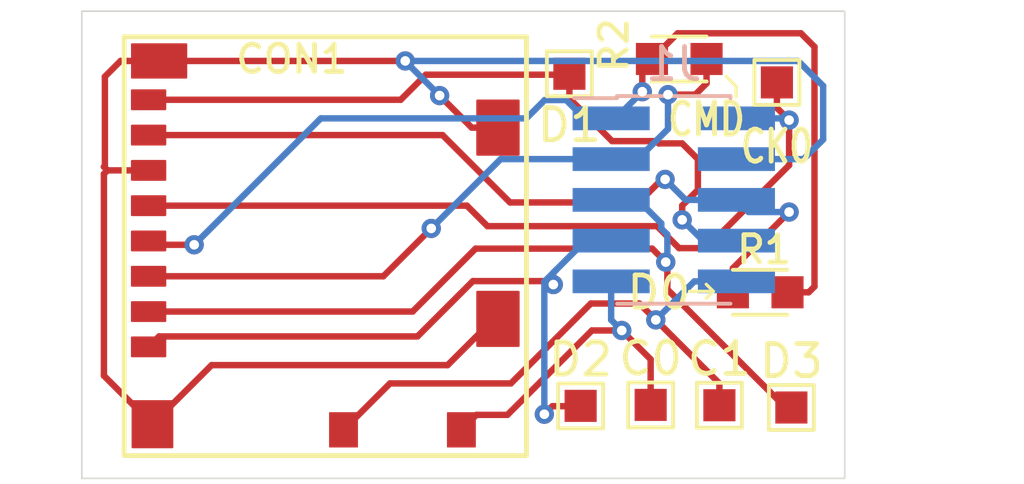
<source format=kicad_pcb>
(kicad_pcb (version 20241229) (generator "pcbnew") (generator_version "9.0")
  (layers (0 "F.Cu" signal) (2 "B.Cu" signal) (13 "F.Paste" user) (15 "B.Paste" user) (5 "F.SilkS" user "F.Silkscreen") (7 "B.SilkS" user "B.Silkscreen") (1 "F.Mask" user) (3 "B.Mask" user) (25 "Edge.Cuts" user))
  (net 0 "")
  (net 1 "/SDMMC_CMD")
  (net 2 "GND")
  (net 3 "+3.3V")
  (net 4 "/SDMMC_D1")
  (net 5 "/SDMMC_D3")
  (net 6 "/SDMMC_CLK")
  (net 7 "/SDMMC_D0")
  (net 8 "/SDMMC_D2")
  (net 9 "/CD1")
  (net 10 "/CD0")
  (footprint "4ms_Connector_Card:CardSlot_MicroSD_Molex_104031-0811" (layer "F.Cu") (at 33.6385 33.4385 -90)
    (property "Reference" "CON1" (at -5.3085 2.7985 0) (layer "F.SilkS") (effects (font (size 0.85 0.85)) (justify left bottom)))
    (property "Value" "microSDCon_SMT_104031-0811" (hide yes))
    (fp_line (start -6.5 6.2) (end 6.549999 6.2) (stroke (width 0.1524)) (layer "F.SilkS"))
    (fp_line (start -6.5 6.2) (end -6.5 -6.324999) (stroke (width 0.1524)) (layer "F.SilkS"))
    (fp_line (start 6.549999 6.2) (end 6.549999 -6.324999) (stroke (width 0.1524)) (layer "F.SilkS"))
    (fp_line (start -6.5 -6.324999) (end 6.549999 -6.324999) (stroke (width 0.1524)) (layer "F.SilkS"))
    (pad "1" smd roundrect (at 3.1625 5.4375) (size 1.1 0.65) (layers "F.Cu" "F.Mask" "F.Paste") (roundrect_rratio 0.05) (net 8 "/SDMMC_D2"))
    (pad "2" smd roundrect (at 2.0625 5.4375) (size 1.1 0.65) (layers "F.Cu" "F.Mask" "F.Paste") (roundrect_rratio 0.05) (net 5 "/SDMMC_D3"))
    (pad "3" smd roundrect (at 0.9625 5.4375) (size 1.1 0.65) (layers "F.Cu" "F.Mask" "F.Paste") (roundrect_rratio 0.05) (net 1 "/SDMMC_CMD"))
    (pad "4" smd roundrect (at -0.137501 5.4375) (size 1.1 0.65) (layers "F.Cu" "F.Mask" "F.Paste") (roundrect_rratio 0.05) (net 3 "+3.3V"))
    (pad "5" smd roundrect (at -1.237498 5.4375) (size 1.1 0.65) (layers "F.Cu" "F.Mask" "F.Paste") (roundrect_rratio 0.05) (net 6 "/SDMMC_CLK"))
    (pad "6" smd roundrect (at -2.337499 5.4375) (size 1.1 0.65) (layers "F.Cu" "F.Mask" "F.Paste") (roundrect_rratio 0.05) (net 2 "GND"))
    (pad "7" smd roundrect (at -3.437499 5.4375) (size 1.1 0.65) (layers "F.Cu" "F.Mask" "F.Paste") (roundrect_rratio 0.05) (net 7 "/SDMMC_D0"))
    (pad "8" smd roundrect (at -4.537499 5.4375) (size 1.1 0.65) (layers "F.Cu" "F.Mask" "F.Paste") (roundrect_rratio 0.05) (net 4 "/SDMMC_D1"))
    (pad "9" smd roundrect (at -5.7475 5.11) (size 1.75 1.1) (layers "F.Cu" "F.Mask" "F.Paste") (roundrect_rratio 0.025) (net 2 "GND"))
    (pad "9" smd roundrect (at -3.670001 -5.4375 90) (size 1.75 1.35) (layers "F.Cu" "F.Mask" "F.Paste") (roundrect_rratio 0.025) (net 2 "GND"))
    (pad "9" smd roundrect (at 2.29 -5.4375 90) (size 1.75 1.35) (layers "F.Cu" "F.Mask" "F.Paste") (roundrect_rratio 0.025) (net 2 "GND"))
    (pad "9" smd roundrect (at 5.572501 5.3175 90) (size 1.5 1.3) (layers "F.Cu" "F.Mask" "F.Paste") (roundrect_rratio 0.025) (net 2 "GND"))
    (pad "10" smd roundrect (at 5.747502 -4.299999 90) (size 1.1 0.9) (layers "F.Cu" "F.Mask" "F.Paste") (roundrect_rratio 0.025) (net 10 "/CD0"))
    (pad "11" smd roundrect (at 5.747502 -0.629999 90) (size 1.1 0.9) (layers "F.Cu" "F.Mask" "F.Paste") (roundrect_rratio 0.025) (net 9 "/CD1"))
  )
  (footprint "4ms_Resistor:R_0603" (layer "F.Cu") (at 47.24 34.9 180)
    (property "Reference" "R1" (at -0.12 1.33 0) (layer "F.SilkS") (effects (font (size 0.85 0.85))))
    (property "Value" "10k_0603")
    (fp_line (start 0.85 0.7) (end -0.85 0.7) (stroke (width 0.12)) (layer "F.SilkS"))
    (fp_line (start -0.85 -0.7) (end 0.85 -0.7) (stroke (width 0.12)) (layer "F.SilkS"))
    (pad "1" smd rect (at -0.85 0 180) (size 1 1) (layers "F.Cu" "F.Mask" "F.Paste") (net 3 "+3.3V"))
    (pad "2" smd rect (at 0.85 0 180) (size 1 1) (layers "F.Cu" "F.Mask" "F.Paste") (net 7 "/SDMMC_D0"))
  )
  (footprint "TestPoint:TestPoint_Pad_1.0x1.0mm" (layer "F.Cu") (at 41.65 38.44)
    (property "Reference" "D2" (at 0 -1.448 0) (layer "F.SilkS"))
    (property "Value" "TestPoint")
    (fp_line (start -0.7 -0.7) (end 0.7 -0.7) (stroke (width 0.12)) (layer "F.SilkS"))
    (fp_line (start -0.7 0.7) (end -0.7 -0.7) (stroke (width 0.12)) (layer "F.SilkS"))
    (fp_line (start 0.7 -0.7) (end 0.7 0.7) (stroke (width 0.12)) (layer "F.SilkS"))
    (fp_line (start 0.7 0.7) (end -0.7 0.7) (stroke (width 0.12)) (layer "F.SilkS"))
    (pad "1" smd rect (at 0 0) (size 1 1) (layers "F.Cu" "F.Mask") (net 8 "/SDMMC_D2"))
  )
  (footprint "TestPoint:TestPoint_Pad_1.0x1.0mm" (layer "F.Cu") (at 48.21 38.49)
    (property "Reference" "D3" (at 0 -1.448 0) (layer "F.SilkS"))
    (property "Value" "TestPoint")
    (fp_line (start -0.7 -0.7) (end 0.7 -0.7) (stroke (width 0.12)) (layer "F.SilkS"))
    (fp_line (start -0.7 0.7) (end -0.7 -0.7) (stroke (width 0.12)) (layer "F.SilkS"))
    (fp_line (start 0.7 -0.7) (end 0.7 0.7) (stroke (width 0.12)) (layer "F.SilkS"))
    (fp_line (start 0.7 0.7) (end -0.7 0.7) (stroke (width 0.12)) (layer "F.SilkS"))
    (pad "1" smd rect (at 0 0) (size 1 1) (layers "F.Cu" "F.Mask") (net 5 "/SDMMC_D3"))
  )
  (footprint "TestPoint:TestPoint_Pad_1.0x1.0mm" (layer "F.Cu") (at 41.3 28.09)
    (property "Reference" "D1" (at 0 1.6 0) (layer "F.SilkS"))
    (property "Value" "TestPoint")
    (fp_line (start -0.7 -0.7) (end 0.7 -0.7) (stroke (width 0.12)) (layer "F.SilkS"))
    (fp_line (start -0.7 0.7) (end -0.7 -0.7) (stroke (width 0.12)) (layer "F.SilkS"))
    (fp_line (start 0.7 -0.7) (end 0.7 0.7) (stroke (width 0.12)) (layer "F.SilkS"))
    (fp_line (start 0.7 0.7) (end -0.7 0.7) (stroke (width 0.12)) (layer "F.SilkS"))
    (pad "1" smd rect (at 0 0) (size 1 1) (layers "F.Cu" "F.Mask") (net 4 "/SDMMC_D1"))
  )
  (footprint "TestPoint:TestPoint_Pad_1.0x1.0mm" (layer "F.Cu") (at 45.97 38.42)
    (property "Reference" "C1" (at 0 -1.448 0) (layer "F.SilkS"))
    (property "Value" "TestPoint")
    (fp_line (start -0.7 -0.7) (end 0.7 -0.7) (stroke (width 0.12)) (layer "F.SilkS"))
    (fp_line (start -0.7 0.7) (end -0.7 -0.7) (stroke (width 0.12)) (layer "F.SilkS"))
    (fp_line (start 0.7 -0.7) (end 0.7 0.7) (stroke (width 0.12)) (layer "F.SilkS"))
    (fp_line (start 0.7 0.7) (end -0.7 0.7) (stroke (width 0.12)) (layer "F.SilkS"))
    (pad "1" smd rect (at 0 0) (size 1 1) (layers "F.Cu" "F.Mask") (net 9 "/CD1"))
  )
  (footprint "4ms_Resistor:R_0603" (layer "F.Cu") (at 44.72 27.63)
    (property "Reference" "R2" (at -2.03 -0.43 90) (layer "F.SilkS") (effects (font (size 0.85 0.85))))
    (property "Value" "10k_0603")
    (fp_line (start -0.85 -0.7) (end 0.85 -0.7) (stroke (width 0.12)) (layer "F.SilkS"))
    (fp_line (start 0.85 0.7) (end -0.85 0.7) (stroke (width 0.12)) (layer "F.SilkS"))
    (pad "1" smd rect (at -0.85 0) (size 1 1) (layers "F.Cu" "F.Mask" "F.Paste") (net 3 "+3.3V"))
    (pad "2" smd rect (at 0.85 0) (size 1 1) (layers "F.Cu" "F.Mask" "F.Paste") (net 1 "/SDMMC_CMD"))
  )
  (footprint "TestPoint:TestPoint_Pad_1.0x1.0mm" (layer "F.Cu") (at 47.76 28.36)
    (property "Reference" "CK0" (at 0 2 0) (layer "F.SilkS") (effects (font (size 1 0.75))))
    (property "Value" "TestPoint")
    (fp_line (start -0.7 -0.7) (end 0.7 -0.7) (stroke (width 0.12)) (layer "F.SilkS"))
    (fp_line (start -0.7 0.7) (end -0.7 -0.7) (stroke (width 0.12)) (layer "F.SilkS"))
    (fp_line (start 0.7 -0.7) (end 0.7 0.7) (stroke (width 0.12)) (layer "F.SilkS"))
    (fp_line (start 0.7 0.7) (end -0.7 0.7) (stroke (width 0.12)) (layer "F.SilkS"))
    (pad "1" smd rect (at 0 0) (size 1 1) (layers "F.Cu" "F.Mask") (net 6 "/SDMMC_CLK"))
  )
  (footprint "TestPoint:TestPoint_Pad_1.0x1.0mm" (layer "F.Cu") (at 43.83 38.41)
    (property "Reference" "C0" (at 0 -1.448 0) (layer "F.SilkS"))
    (property "Value" "TestPoint")
    (fp_line (start -0.7 -0.7) (end 0.7 -0.7) (stroke (width 0.12)) (layer "F.SilkS"))
    (fp_line (start -0.7 0.7) (end -0.7 -0.7) (stroke (width 0.12)) (layer "F.SilkS"))
    (fp_line (start 0.7 -0.7) (end 0.7 0.7) (stroke (width 0.12)) (layer "F.SilkS"))
    (fp_line (start 0.7 0.7) (end -0.7 0.7) (stroke (width 0.12)) (layer "F.SilkS"))
    (pad "1" smd rect (at 0 0) (size 1 1) (layers "F.Cu" "F.Mask") (net 10 "/CD0"))
  )
  (footprint "4ms_Connector:Socket_2x05_1.27mm_SMD" (layer "B.Cu") (at 44.55 32.02 180)
    (property "Reference" "J1" (at 0 4.235 0) (layer "B.SilkS") (effects (justify mirror)))
    (property "Value" "Socket_02x05_P1.27mm_SMT")
    (fp_line (start 1.775 3.17) (end 3.1 3.17) (stroke (width 0.12)) (layer "B.SilkS"))
    (fp_line (start 1.765 3.235) (end 1.765 3.17) (stroke (width 0.12)) (layer "B.SilkS"))
    (fp_line (start -1.765 3.235) (end 1.765 3.235) (stroke (width 0.12)) (layer "B.SilkS"))
    (fp_line (start -1.765 3.235) (end -1.765 3.17) (stroke (width 0.12)) (layer "B.SilkS"))
    (fp_line (start -1.765 -3.235) (end 1.765 -3.235) (stroke (width 0.12)) (layer "B.SilkS"))
    (pad "1" smd rect (at 1.95 2.54 180) (size 2.4 0.74) (layers "B.Cu" "B.Mask" "B.Paste") (net 3 "+3.3V"))
    (pad "2" smd rect (at -1.95 2.54 180) (size 2.4 0.74) (layers "B.Cu" "B.Mask" "B.Paste") (net 6 "/SDMMC_CLK"))
    (pad "3" smd rect (at 1.95 1.27 180) (size 2.4 0.74) (layers "B.Cu" "B.Mask" "B.Paste") (net 1 "/SDMMC_CMD"))
    (pad "4" smd rect (at -1.95 1.27 180) (size 2.4 0.74) (layers "B.Cu" "B.Mask" "B.Paste") (net 2 "GND"))
    (pad "5" smd rect (at 1.95 0 180) (size 2.4 0.74) (layers "B.Cu" "B.Mask" "B.Paste") (net 5 "/SDMMC_D3"))
    (pad "6" smd rect (at -1.95 0 180) (size 2.4 0.74) (layers "B.Cu" "B.Mask" "B.Paste") (net 7 "/SDMMC_D0"))
    (pad "7" smd rect (at 1.95 -1.27 180) (size 2.4 0.74) (layers "B.Cu" "B.Mask" "B.Paste") (net 8 "/SDMMC_D2"))
    (pad "8" smd rect (at -1.95 -1.27 180) (size 2.4 0.74) (layers "B.Cu" "B.Mask" "B.Paste") (net 4 "/SDMMC_D1"))
    (pad "9" smd rect (at 1.95 -2.54 180) (size 2.4 0.74) (layers "B.Cu" "B.Mask" "B.Paste") (net 10 "/CD0"))
    (pad "10" smd rect (at -1.95 -2.54 180) (size 2.4 0.74) (layers "B.Cu" "B.Mask" "B.Paste") (net 9 "/CD1"))
  )
  (gr_line (start 46.49 28.48) (end 46.18 28.17) (stroke (width 0.1)) (layer "F.SilkS"))
  (gr_line (start 46.49 28.81) (end 46.49 28.48) (stroke (width 0.1)) (layer "F.SilkS"))
  (gr_line (start 45.78 34.87) (end 45.56 34.65) (stroke (width 0.1)) (layer "F.SilkS"))
  (gr_line (start 45.04 34.87) (end 45.78 34.87) (stroke (width 0.1)) (layer "F.SilkS"))
  (gr_line (start 45.56 35.09) (end 45.78 34.87) (stroke (width 0.1)) (layer "F.SilkS"))
  (gr_rect (start 26.12 26.14) (end 49.87 40.7) (stroke (width 0.05)) (fill no) (layer "Edge.Cuts"))
  (gr_text "CMD" (at 44.29 30.1 0) (layer "F.SilkS") (effects (font (size 1 0.75)) (justify left bottom)))
  (gr_text "D0" (at 43.01 35.49 0) (layer "F.SilkS") (effects (font (size 1 1)) (justify left bottom)))
  (segment (start 35.509 34.401) (end 37 32.91) (width 0.2) (layer "F.Cu") (net 1))
  (segment (start 28.201 34.401) (end 35.509 34.401) (width 0.2) (layer "F.Cu") (net 1))
  (segment (start 45.220002 28.74) (end 44.37 28.74) (width 0.2) (layer "F.Cu") (net 1))
  (segment (start 45.57 27.63) (end 45.57 28.390002) (width 0.2) (layer "F.Cu") (net 1))
  (segment (start 45.57 28.390002) (end 45.220002 28.74) (width 0.2) (layer "F.Cu") (net 1))
  (via (at 44.37 28.74) (size 0.6) (drill 0.3) (layers "F.Cu" "B.Cu") (net 1))
  (via (at 37 32.91) (size 0.6) (drill 0.3) (layers "F.Cu" "B.Cu") (net 1))
  (segment (start 44.37 29.81) (end 44.37 28.74) (width 0.2) (layer "B.Cu") (net 1))
  (segment (start 39.16 30.75) (end 37 32.91) (width 0.2) (layer "B.Cu") (net 1))
  (segment (start 42.6 30.75) (end 39.16 30.75) (width 0.2) (layer "B.Cu") (net 1))
  (segment (start 42.6 30.75) (end 43.43 30.75) (width 0.2) (layer "B.Cu") (net 1))
  (segment (start 43.43 30.75) (end 44.37 29.81) (width 0.2) (layer "B.Cu") (net 1))
  (segment (start 27.329 27.691) (end 26.84 28.18) (width 0.2) (layer "F.Cu") (net 2))
  (segment (start 37.51 37.17) (end 38.9515 35.7285) (width 0.2) (layer "F.Cu") (net 2))
  (segment (start 26.921001 31.101001) (end 26.81 31.212002) (width 0.2) (layer "F.Cu") (net 2))
  (segment (start 28.321 39.011001) (end 30.162001 37.17) (width 0.2) (layer "F.Cu") (net 2))
  (segment (start 38.9515 35.7285) (end 39.076 35.7285) (width 0.2) (layer "F.Cu") (net 2))
  (segment (start 38.258499 29.768499) (end 37.26 28.77) (width 0.2) (layer "F.Cu") (net 2))
  (segment (start 30.162001 37.17) (end 37.51 37.17) (width 0.2) (layer "F.Cu") (net 2))
  (segment (start 28.5285 27.691) (end 27.329 27.691) (width 0.2) (layer "F.Cu") (net 2))
  (segment (start 26.84 28.18) (end 26.84 30.96) (width 0.2) (layer "F.Cu") (net 2))
  (segment (start 26.81 31.212002) (end 26.81 37.500001) (width 0.2) (layer "F.Cu") (net 2))
  (segment (start 28.5285 27.691) (end 36.19 27.691) (width 0.2) (layer "F.Cu") (net 2))
  (segment (start 26.921001 31.101001) (end 28.201 31.101001) (width 0.2) (layer "F.Cu") (net 2))
  (segment (start 26.84 30.96) (end 26.81 30.99) (width 0.2) (layer "F.Cu") (net 2))
  (segment (start 26.81 30.99) (end 26.921001 31.101001) (width 0.2) (layer "F.Cu") (net 2))
  (segment (start 26.81 37.500001) (end 28.321 39.011001) (width 0.2) (layer "F.Cu") (net 2))
  (segment (start 39.076 29.768499) (end 38.258499 29.768499) (width 0.2) (layer "F.Cu") (net 2))
  (via (at 36.19 27.691) (size 0.6) (drill 0.3) (layers "F.Cu" "B.Cu") (net 2))
  (via (at 37.26 28.77) (size 0.6) (drill 0.3) (layers "F.Cu" "B.Cu") (net 2))
  (segment (start 36.19 27.7) (end 37.26 28.77) (width 0.2) (layer "B.Cu") (net 2))
  (segment (start 49.2 30.14) (end 49.2 28.47) (width 0.2) (layer "B.Cu") (net 2))
  (segment (start 36.19 27.691) (end 36.19 27.7) (width 0.2) (layer "B.Cu") (net 2))
  (segment (start 46.5 30.75) (end 48.59 30.75) (width 0.2) (layer "B.Cu") (net 2))
  (segment (start 48.59 30.75) (end 49.2 30.14) (width 0.2) (layer "B.Cu") (net 2))
  (segment (start 48.421 27.691) (end 36.19 27.691) (width 0.2) (layer "B.Cu") (net 2))
  (segment (start 49.2 28.47) (end 48.421 27.691) (width 0.2) (layer "B.Cu") (net 2))
  (segment (start 48.93 27.25) (end 48.509 26.829) (width 0.2) (layer "F.Cu") (net 3))
  (segment (start 48.509 26.829) (end 44.671 26.829) (width 0.2) (layer "F.Cu") (net 3))
  (segment (start 44.671 26.829) (end 43.87 27.63) (width 0.2) (layer "F.Cu") (net 3))
  (segment (start 48.93 34.72) (end 48.93 27.25) (width 0.2) (layer "F.Cu") (net 3))
  (segment (start 28.320001 33.42) (end 28.201 33.300999) (width 0.2) (layer "F.Cu") (net 3))
  (segment (start 29.62 33.42) (end 28.320001 33.42) (width 0.2) (layer "F.Cu") (net 3))
  (segment (start 48.75 34.9) (end 48.93 34.72) (width 0.2) (layer "F.Cu") (net 3))
  (segment (start 43.57 27.93) (end 43.87 27.63) (width 0.2) (layer "F.Cu") (net 3))
  (segment (start 48.09 34.9) (end 48.75 34.9) (width 0.2) (layer "F.Cu") (net 3))
  (segment (start 43.57 28.65) (end 43.57 27.93) (width 0.2) (layer "F.Cu") (net 3))
  (via (at 43.57 28.65) (size 0.6) (drill 0.3) (layers "F.Cu" "B.Cu") (net 3))
  (via (at 29.62 33.42) (size 0.6) (drill 0.3) (layers "F.Cu" "B.Cu") (net 3))
  (segment (start 42.6 29.48) (end 42.74 29.48) (width 0.2) (layer "B.Cu") (net 3))
  (segment (start 40.530761 28.91) (end 39.960761 29.48) (width 0.2) (layer "B.Cu") (net 3))
  (segment (start 39.960761 29.48) (end 33.56 29.48) (width 0.2) (layer "B.Cu") (net 3))
  (segment (start 42.74 29.48) (end 43.57 28.65) (width 0.2) (layer "B.Cu") (net 3))
  (segment (start 42.6 29.48) (end 41.77 29.48) (width 0.2) (layer "B.Cu") (net 3))
  (segment (start 33.56 29.48) (end 29.62 33.42) (width 0.2) (layer "B.Cu") (net 3))
  (segment (start 41.77 29.48) (end 41.2 28.91) (width 0.2) (layer "B.Cu") (net 3))
  (segment (start 41.2 28.91) (end 40.530761 28.91) (width 0.2) (layer "B.Cu") (net 3))
  (segment (start 45.3 31.71) (end 45.3 30.75) (width 0.2) (layer "F.Cu") (net 4))
  (segment (start 36.048999 28.901001) (end 36.83 28.12) (width 0.2) (layer "F.Cu") (net 4))
  (segment (start 45.3 30.75) (end 44.81 30.26) (width 0.2) (layer "F.Cu") (net 4))
  (segment (start 44.811258 32.642254) (end 44.811258 32.198742) (width 0.2) (layer "F.Cu") (net 4))
  (segment (start 36.83 28.12) (end 41.27 28.12) (width 0.2) (layer "F.Cu") (net 4))
  (segment (start 41.27 28.12) (end 41.3 28.09) (width 0.2) (layer "F.Cu") (net 4))
  (segment (start 44.080763 30.26) (end 44.010763 30.19) (width 0.2) (layer "F.Cu") (net 4))
  (segment (start 44.010763 30.19) (end 42.63 30.19) (width 0.2) (layer "F.Cu") (net 4))
  (segment (start 44.811258 32.198742) (end 45.3 31.71) (width 0.2) (layer "F.Cu") (net 4))
  (segment (start 42.63 30.19) (end 41.3 28.86) (width 0.2) (layer "F.Cu") (net 4))
  (segment (start 44.81 30.26) (end 44.080763 30.26) (width 0.2) (layer "F.Cu") (net 4))
  (segment (start 28.201 28.901001) (end 36.048999 28.901001) (width 0.2) (layer "F.Cu") (net 4))
  (segment (start 41.3 28.86) (end 41.3 28.09) (width 0.2) (layer "F.Cu") (net 4))
  (via (at 44.811258 32.642254) (size 0.6) (drill 0.3) (layers "F.Cu" "B.Cu") (net 4))
  (segment (start 45.459004 33.29) (end 44.811258 32.642254) (width 0.2) (layer "B.Cu") (net 4))
  (segment (start 46.5 33.29) (end 45.459004 33.29) (width 0.2) (layer "B.Cu") (net 4))
  (segment (start 44.350002 34.010452) (end 44.299646 33.960096) (width 0.2) (layer "F.Cu") (net 5))
  (segment (start 48.03 38.49) (end 44.350002 34.810002) (width 0.2) (layer "F.Cu") (net 5))
  (segment (start 28.201 35.501) (end 36.419 35.501) (width 0.2) (layer "F.Cu") (net 5))
  (segment (start 38.38 33.54) (end 43.87955 33.54) (width 0.2) (layer "F.Cu") (net 5))
  (segment (start 44.350002 34.810002) (end 44.350002 34.010452) (width 0.2) (layer "F.Cu") (net 5))
  (segment (start 43.87955 33.54) (end 44.299646 33.960096) (width 0.2) (layer "F.Cu") (net 5))
  (segment (start 36.419 35.501) (end 38.38 33.54) (width 0.2) (layer "F.Cu") (net 5))
  (segment (start 48.21 38.49) (end 48.03 38.49) (width 0.2) (layer "F.Cu") (net 5))
  (via (at 44.299646 33.960096) (size 0.6) (drill 0.3) (layers "F.Cu" "B.Cu") (net 5))
  (segment (start 44.161258 32.751258) (end 44.161258 32.911493) (width 0.2) (layer "B.Cu") (net 5))
  (segment (start 42.6 32.02) (end 43.43 32.02) (width 0.2) (layer "B.Cu") (net 5))
  (segment (start 44.350002 33.90974) (end 44.299646 33.960096) (width 0.2) (layer "B.Cu") (net 5))
  (segment (start 43.43 32.02) (end 44.161258 32.751258) (width 0.2) (layer "B.Cu") (net 5))
  (segment (start 44.350002 33.100237) (end 44.350002 33.90974) (width 0.2) (layer "B.Cu") (net 5))
  (segment (start 44.161258 32.911493) (end 44.350002 33.100237) (width 0.2) (layer "B.Cu") (net 5))
  (segment (start 44.715 33.525) (end 45.555 33.525) (width 0.2) (layer "F.Cu") (net 6))
  (segment (start 47.76 29.155) (end 48.14 29.535) (width 0.2) (layer "F.Cu") (net 6))
  (segment (start 38.749239 32.84) (end 44.03 32.84) (width 0.2) (layer "F.Cu") (net 6))
  (segment (start 48.14 30.94) (end 48.14 29.535) (width 0.2) (layer "F.Cu") (net 6))
  (segment (start 28.201 32.201002) (end 38.110241 32.201002) (width 0.2) (layer "F.Cu") (net 6))
  (segment (start 44.03 32.84) (end 44.715 33.525) (width 0.2) (layer "F.Cu") (net 6))
  (segment (start 45.555 33.525) (end 48.14 30.94) (width 0.2) (layer "F.Cu") (net 6))
  (segment (start 38.110241 32.201002) (end 38.749239 32.84) (width 0.2) (layer "F.Cu") (net 6))
  (segment (start 47.76 28.36) (end 47.76 29.155) (width 0.2) (layer "F.Cu") (net 6))
  (via (at 48.14 29.535) (size 0.6) (drill 0.3) (layers "F.Cu" "B.Cu") (net 6))
  (segment (start 48.085 29.48) (end 48.14 29.535) (width 0.2) (layer "B.Cu") (net 6))
  (segment (start 46.5 29.48) (end 48.085 29.48) (width 0.2) (layer "B.Cu") (net 6))
  (segment (start 28.201 30.001001) (end 37.35166 30.001001) (width 0.2) (layer "F.Cu") (net 7))
  (segment (start 46.39 34.9) (end 46.39 34.15) (width 0.2) (layer "F.Cu") (net 7))
  (segment (start 43.46 32.1) (end 44.178733 31.381267) (width 0.2) (layer "F.Cu") (net 7))
  (segment (start 46.39 34.15) (end 48.14 32.4) (width 0.2) (layer "F.Cu") (net 7))
  (segment (start 39.450659 32.1) (end 43.46 32.1) (width 0.2) (layer "F.Cu") (net 7))
  (segment (start 37.35166 30.001001) (end 39.450659 32.1) (width 0.2) (layer "F.Cu") (net 7))
  (segment (start 44.178733 31.381267) (end 44.27988 31.381267) (width 0.2) (layer "F.Cu") (net 7))
  (via (at 48.14 32.4) (size 0.6) (drill 0.3) (layers "F.Cu" "B.Cu") (net 7))
  (via (at 44.27988 31.381267) (size 0.6) (drill 0.3) (layers "F.Cu" "B.Cu") (net 7))
  (segment (start 46.5 32.02) (end 44.918613 32.02) (width 0.2) (layer "B.Cu") (net 7))
  (segment (start 46.88 32.4) (end 46.5 32.02) (width 0.2) (layer "B.Cu") (net 7))
  (segment (start 44.918613 32.02) (end 44.27988 31.381267) (width 0.2) (layer "B.Cu") (net 7))
  (segment (start 48.14 32.4) (end 46.88 32.4) (width 0.2) (layer "B.Cu") (net 7))
  (segment (start 28.526 36.276) (end 36.571658 36.276) (width 0.2) (layer "F.Cu") (net 8))
  (segment (start 36.571658 36.276) (end 38.295158 34.5525) (width 0.2) (layer "F.Cu") (net 8))
  (segment (start 40.77 38.45) (end 40.52 38.7) (width 0.2) (layer "F.Cu") (net 8))
  (segment (start 41.64 38.45) (end 40.77 38.45) (width 0.2) (layer "F.Cu") (net 8))
  (segment (start 40.6925 34.5525) (end 40.8 34.66) (width 0.2) (layer "F.Cu") (net 8))
  (segment (start 28.201 36.601) (end 28.526 36.276) (width 0.2) (layer "F.Cu") (net 8))
  (segment (start 41.65 38.44) (end 41.64 38.45) (width 0.2) (layer "F.Cu") (net 8))
  (segment (start 38.295158 34.5525) (end 40.6925 34.5525) (width 0.2) (layer "F.Cu") (net 8))
  (via (at 40.52 38.7) (size 0.6) (drill 0.3) (layers "F.Cu" "B.Cu") (net 8))
  (via (at 40.8 34.66) (size 0.6) (drill 0.3) (layers "F.Cu" "B.Cu") (net 8))
  (segment (start 40.885 34.205) (end 41.8 33.29) (width 0.2) (layer "B.Cu") (net 8))
  (segment (start 40.8 34.29) (end 40.885 34.205) (width 0.2) (layer "B.Cu") (net 8))
  (segment (start 41.8 33.29) (end 42.6 33.29) (width 0.2) (layer "B.Cu") (net 8))
  (segment (start 40.52 34.57) (end 40.52 38.7) (width 0.2) (layer "B.Cu") (net 8))
  (segment (start 40.885 34.205) (end 40.52 34.57) (width 0.2) (layer "B.Cu") (net 8))
  (segment (start 40.8 34.66) (end 40.8 34.29) (width 0.2) (layer "B.Cu") (net 8))
  (segment (start 39.478 37.74) (end 41.968 35.25) (width 0.2) (layer "F.Cu") (net 9))
  (segment (start 35.714501 37.74) (end 39.478 37.74) (width 0.2) (layer "F.Cu") (net 9))
  (segment (start 41.968 35.25) (end 43.48 35.25) (width 0.2) (layer "F.Cu") (net 9))
  (segment (start 43.48 35.25) (end 43.99 35.76) (width 0.2) (layer "F.Cu") (net 9))
  (segment (start 34.268499 39.186002) (end 35.714501 37.74) (width 0.2) (layer "F.Cu") (net 9))
  (segment (start 45.97 38.42) (end 45.97 37.74) (width 0.2) (layer "F.Cu") (net 9))
  (segment (start 45.97 37.74) (end 43.99 35.76) (width 0.2) (layer "F.Cu") (net 9))
  (via (at 43.99 35.76) (size 0.6) (drill 0.3) (layers "F.Cu" "B.Cu") (net 9))
  (segment (start 46.5 34.56) (end 45.19 34.56) (width 0.2) (layer "B.Cu") (net 9))
  (segment (start 45.19 34.56) (end 43.99 35.76) (width 0.2) (layer "B.Cu") (net 9))
  (segment (start 42 36.09) (end 39.37 38.72) (width 0.2) (layer "F.Cu") (net 10))
  (segment (start 43.83 36.99) (end 43.83 38.41) (width 0.2) (layer "F.Cu") (net 10))
  (segment (start 42.93 36.09) (end 43.83 36.99) (width 0.2) (layer "F.Cu") (net 10))
  (segment (start 42.93 36.09) (end 42 36.09) (width 0.2) (layer "F.Cu") (net 10))
  (segment (start 38.404501 38.72) (end 37.938499 39.186002) (width 0.2) (layer "F.Cu") (net 10))
  (segment (start 39.37 38.72) (end 38.404501 38.72) (width 0.2) (layer "F.Cu") (net 10))
  (via (at 42.93 36.09) (size 0.6) (drill 0.3) (layers "F.Cu" "B.Cu") (net 10))
  (segment (start 42.6 34.56) (end 42.6 35.76) (width 0.2) (layer "B.Cu") (net 10))
  (segment (start 42.6 35.76) (end 42.93 36.09) (width 0.2) (layer "B.Cu") (net 10))
)
</source>
